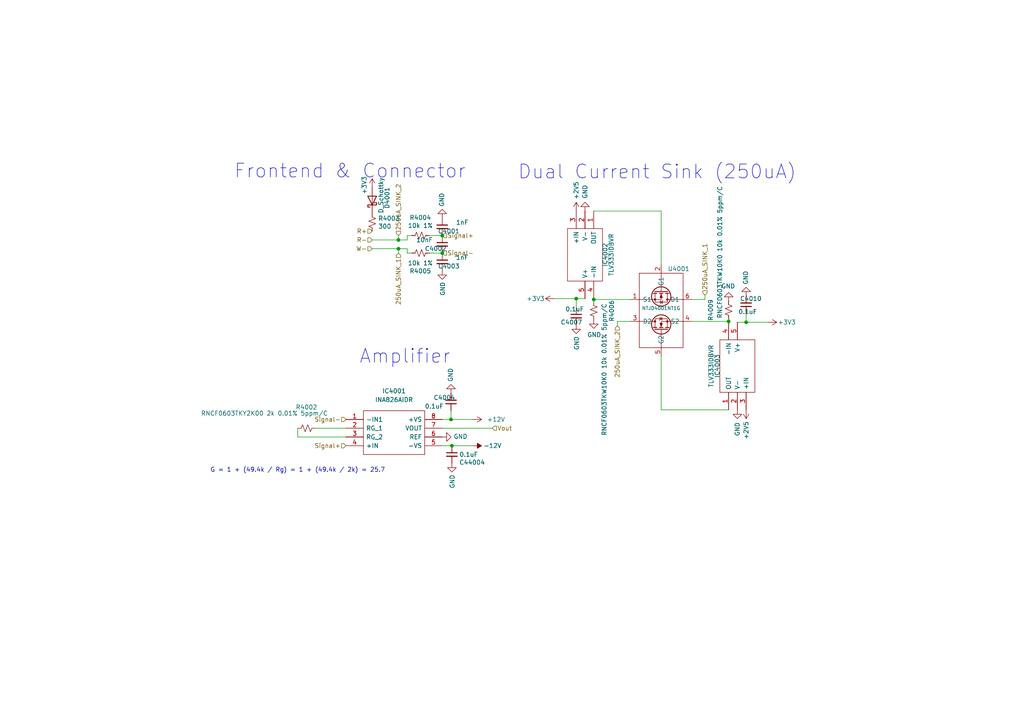
<source format=kicad_sch>
(kicad_sch (version 20231120) (generator "eeschema") (generator_version "8.0")
  (paper "A4")
  (lib_symbols
    (symbol "Device:C_Small" (pin_numbers hide) (pin_names (offset 0.254) hide)
      (property "Reference" "C" (at 0.254 1.778 0))
      (property "Value" "C_Small" (at 0.254 -2.032 0))
      (symbol "C_Small_0_1"
        (polyline (pts (xy -1.524 -0.508) (xy 1.524 -0.508)) (stroke (width 0.3302)))
        (polyline (pts (xy -1.524 0.508) (xy 1.524 0.508)) (stroke (width 0.3048)))
      )
      (symbol "C_Small_1_1"
        (pin passive line (at 0 2.54 270) (length 2.032) (name "~") (number "1"))
        (pin passive line (at 0 -2.54 90) (length 2.032) (name "~") (number "2"))
      )
    )
    (symbol "Device:D_Schottky" (pin_numbers hide) (pin_names (offset 1.016) hide)
      (property "Reference" "D" (at 0 2.54 0))
      (property "Value" "D_Schottky" (at 0 -2.54 0))
      (symbol "D_Schottky_0_1"
        (polyline (pts (xy 1.27 0) (xy -1.27 0)))
        (polyline (pts (xy 1.27 1.27) (xy 1.27 -1.27) (xy -1.27 0) (xy 1.27 1.27)) (stroke (width 0.254)))
        (polyline (pts (xy -1.905 0.635) (xy -1.905 1.27) (xy -1.27 1.27) (xy -1.27 -1.27) (xy -0.635 -1.27) (xy -0.635 -0.635)) (stroke (width 0.254)))
      )
      (symbol "D_Schottky_1_1"
        (pin passive line (at -3.81 0 0) (length 2.54) (name "K") (number "1"))
        (pin passive line (at 3.81 0 180) (length 2.54) (name "A") (number "2"))
      )
    )
    (symbol "Device:R_Small_US" (pin_numbers hide) (pin_names (offset 0.254) hide)
      (property "Reference" "R" (at 0.762 0.508 0))
      (property "Value" "R_Small_US" (at 0.762 -1.016 0))
      (symbol "R_Small_US_1_1"
        (polyline (pts (xy 0 0) (xy 1.016 -0.381) (xy 0 -0.762) (xy -1.016 -1.143) (xy 0 -1.524)))
        (polyline (pts (xy 0 1.524) (xy 1.016 1.143) (xy 0 0.762) (xy -1.016 0.381) (xy 0 0)))
        (pin passive line (at 0 2.54 270) (length 1.016) (name "~") (number "1"))
        (pin passive line (at 0 -2.54 90) (length 1.016) (name "~") (number "2"))
      )
    )
    (symbol "aaa:INA826AIDR" (pin_names (offset 0.762))
      (property "Reference" "IC" (at 24.13 7.62 0))
      (property "Value" "INA826AIDR" (at 24.13 5.08 0))
      (symbol "INA826AIDR_0_0"
        (pin passive line (at 0 0 0) (length 5.08) (name "-IN1") (number "1"))
        (pin passive line (at 0 -2.54 0) (length 5.08) (name "RG_1") (number "2"))
        (pin passive line (at 0 -5.08 0) (length 5.08) (name "RG_2") (number "3"))
        (pin passive line (at 0 -7.62 0) (length 5.08) (name "+IN") (number "4"))
        (pin passive line (at 27.94 -7.62 180) (length 5.08) (name "-VS") (number "5"))
        (pin passive line (at 27.94 -5.08 180) (length 5.08) (name "REF") (number "6"))
        (pin passive line (at 27.94 -2.54 180) (length 5.08) (name "VOUT") (number "7"))
        (pin passive line (at 27.94 0 180) (length 5.08) (name "+VS") (number "8"))
      )
      (symbol "INA826AIDR_0_1"
        (polyline (pts (xy 5.08 2.54) (xy 22.86 2.54) (xy 22.86 -10.16) (xy 5.08 -10.16) (xy 5.08 2.54)) (stroke (width 0.1524)))
      )
    )
    (symbol "aaa:NTJD4001NT1G" (pin_names (offset 1.016))
      (property "Reference" "U" (at -8.89 -2.54 0))
      (property "Value" "NTJD4001NT1G" (at 1.27 -10.16 90))
      (symbol "NTJD4001NT1G_0_1"
        (rectangle (start -10.16 -3.81) (end 11.43 -16.51))
        (polyline (pts (xy -7.62 -10.16) (xy -10.16 -10.16)))
        (polyline (pts (xy -2.54 -12.7) (xy -2.54 -16.51)))
        (polyline (pts (xy -2.54 -7.62) (xy -2.54 -3.81)))
        (polyline (pts (xy 3.81 -12.7) (xy 3.81 -16.51)))
        (polyline (pts (xy 3.81 -7.62) (xy 3.81 -3.81)))
        (polyline (pts (xy 8.89 -10.16) (xy 11.43 -10.16)))
      )
      (symbol "NTJD4001NT1G_1_1"
        (circle (center -3.429 -10.16) (radius 2.794) (stroke (width 0.254)))
        (circle (center -2.54 -11.938) (radius 0.254) (fill (type outline)))
        (circle (center -2.54 -8.382) (radius 0.254) (fill (type outline)))
        (polyline (pts (xy -4.826 -10.16) (xy -7.62 -10.16)))
        (polyline (pts (xy -4.826 -8.255) (xy -4.826 -12.065)) (stroke (width 0.254)))
        (polyline (pts (xy -4.318 -11.43) (xy -4.318 -12.446)) (stroke (width 0.254)))
        (polyline (pts (xy -4.318 -9.652) (xy -4.318 -10.668)) (stroke (width 0.254)))
        (polyline (pts (xy -4.318 -7.874) (xy -4.318 -8.89)) (stroke (width 0.254)))
        (polyline (pts (xy -2.54 -7.62) (xy -2.54 -8.382)))
        (polyline (pts (xy 3.81 -12.7) (xy 3.81 -11.938)))
        (polyline (pts (xy 5.588 -12.446) (xy 5.588 -11.43)) (stroke (width 0.254)))
        (polyline (pts (xy 5.588 -10.668) (xy 5.588 -9.652)) (stroke (width 0.254)))
        (polyline (pts (xy 5.588 -8.89) (xy 5.588 -7.874)) (stroke (width 0.254)))
        (polyline (pts (xy 6.096 -12.065) (xy 6.096 -8.255)) (stroke (width 0.254)))
        (polyline (pts (xy 6.096 -10.16) (xy 8.89 -10.16)))
        (polyline (pts (xy -2.54 -12.7) (xy -2.54 -10.16) (xy -4.318 -10.16)))
        (polyline (pts (xy 3.81 -7.62) (xy 3.81 -10.16) (xy 5.588 -10.16)))
        (polyline (pts (xy -4.318 -11.938) (xy -1.778 -11.938) (xy -1.778 -8.382) (xy -4.318 -8.382)))
        (polyline (pts (xy -4.064 -10.16) (xy -3.048 -9.779) (xy -3.048 -10.541) (xy -4.064 -10.16)) (fill (type outline)))
        (polyline (pts (xy -2.286 -9.652) (xy -2.159 -9.779) (xy -1.397 -9.779) (xy -1.27 -9.906)))
        (polyline (pts (xy -1.778 -9.779) (xy -2.159 -10.414) (xy -1.397 -10.414) (xy -1.778 -9.779)))
        (polyline (pts (xy 3.048 -10.541) (xy 3.429 -9.906) (xy 2.667 -9.906) (xy 3.048 -10.541)))
        (polyline (pts (xy 3.556 -10.668) (xy 3.429 -10.541) (xy 2.667 -10.541) (xy 2.54 -10.414)))
        (polyline (pts (xy 5.334 -10.16) (xy 4.318 -10.541) (xy 4.318 -9.779) (xy 5.334 -10.16)) (fill (type outline)))
        (polyline (pts (xy 5.588 -8.382) (xy 3.048 -8.382) (xy 3.048 -11.938) (xy 5.588 -11.938)))
        (circle (center 3.81 -11.938) (radius 0.254) (fill (type outline)))
        (circle (center 3.81 -8.382) (radius 0.254) (fill (type outline)))
        (circle (center 4.699 -10.16) (radius 2.794) (stroke (width 0.254)))
        (pin passive line (at -2.54 -19.05 90) (length 2.54) (name "S1") (number "1"))
        (pin input line (at -12.7 -10.16 0) (length 2.54) (name "G1") (number "2"))
        (pin passive line (at 3.81 -19.05 90) (length 2.54) (name "D2") (number "3"))
        (pin passive line (at 3.81 -1.27 270) (length 2.54) (name "S2") (number "4"))
        (pin input line (at 13.97 -10.16 180) (length 2.54) (name "G2") (number "5"))
        (pin passive line (at -2.54 -1.27 270) (length 2.54) (name "D1") (number "6"))
      )
    )
    (symbol "aaa:TLV333IDBVR" (pin_names (offset 0.762))
      (property "Reference" "IC" (at 21.59 7.62 0))
      (property "Value" "TLV333IDBVR" (at 21.59 5.08 0))
      (symbol "TLV333IDBVR_0_0"
        (pin passive line (at 0 0 0) (length 5.08) (name "OUT") (number "1"))
        (pin passive line (at 0 -2.54 0) (length 5.08) (name "V-") (number "2"))
        (pin passive line (at 0 -5.08 0) (length 5.08) (name "+IN") (number "3"))
        (pin passive line (at 25.4 0 180) (length 5.08) (name "-IN") (number "4"))
        (pin passive line (at 25.4 -2.54 180) (length 5.08) (name "V+") (number "5"))
      )
      (symbol "TLV333IDBVR_0_1"
        (polyline (pts (xy 5.08 2.54) (xy 20.32 2.54) (xy 20.32 -7.62) (xy 5.08 -7.62) (xy 5.08 2.54)) (stroke (width 0.1524)))
      )
    )
    (symbol "power:+12V" (power) (pin_names (offset 0))
      (property "Value" "+12V" (at 0 3.556 0))
      (symbol "+12V_0_1"
        (polyline (pts (xy -0.762 1.27) (xy 0 2.54)))
        (polyline (pts (xy 0 0) (xy 0 2.54)))
        (polyline (pts (xy 0 2.54) (xy 0.762 1.27)))
      )
      (symbol "+12V_1_1"
        (pin power_in line (at 0 0 90) (length 0) hide (name "+12V") (number "1"))
      )
    )
    (symbol "power:+2V5" (power) (pin_names (offset 0))
      (property "Value" "+2V5" (at 0 3.556 0))
      (symbol "+2V5_0_1"
        (polyline (pts (xy -0.762 1.27) (xy 0 2.54)))
        (polyline (pts (xy 0 0) (xy 0 2.54)))
        (polyline (pts (xy 0 2.54) (xy 0.762 1.27)))
      )
      (symbol "+2V5_1_1"
        (pin power_in line (at 0 0 90) (length 0) hide (name "+2V5") (number "1"))
      )
    )
    (symbol "power:+3V3" (power) (pin_numbers hide) (pin_names (offset 0) hide)
      (property "Value" "+3V3" (at 0 3.556 0))
      (symbol "+3V3_0_1"
        (polyline (pts (xy -0.762 1.27) (xy 0 2.54)))
        (polyline (pts (xy 0 0) (xy 0 2.54)))
        (polyline (pts (xy 0 2.54) (xy 0.762 1.27)))
      )
      (symbol "+3V3_1_1"
        (pin power_in line (at 0 0 90) (length 0) (name "~") (number "1"))
      )
    )
    (symbol "power:-12V" (power) (pin_numbers hide) (pin_names (offset 0) hide)
      (property "Value" "-12V" (at 0 3.556 0))
      (symbol "-12V_0_0"
        (pin power_in line (at 0 0 90) (length 0) (name "~") (number "1"))
      )
      (symbol "-12V_0_1"
        (polyline (pts (xy 0 0) (xy 0 1.27) (xy 0.762 1.27) (xy 0 2.54) (xy -0.762 1.27) (xy 0 1.27)) (fill (type outline)))
      )
    )
    (symbol "power:GND" (power) (pin_names (offset 0))
      (property "Value" "GND" (at 0 -3.81 0))
      (symbol "GND_0_1"
        (polyline (pts (xy 0 0) (xy 0 -1.27) (xy 1.27 -1.27) (xy 0 -2.54) (xy -1.27 -1.27) (xy 0 -1.27)))
      )
      (symbol "GND_1_1"
        (pin power_in line (at 0 0 270) (length 0) hide (name "GND") (number "1"))
      )
    )
  )
  (junction (at 128.27 68.326))
  (junction (at 211.328 93.218))
  (junction (at 128.27 73.406))
  (junction (at 172.212 86.868))
  (junction (at 131.064 129.286))
  (junction (at 216.408 93.472))
  (junction (at 115.57 72.136))
  (junction (at 167.132 86.614))
  (junction (at 130.81 121.666))
  (junction (at 115.57 69.596))
  (wire (pts (xy 86.36 126.746) (xy 100.33 126.746)))
  (wire (pts (xy 204.47 86.868) (xy 204.47 85.598)))
  (wire (pts (xy 86.36 124.206) (xy 86.36 126.746)))
  (wire (pts (xy 211.328 93.218) (xy 211.328 92.456)))
  (wire (pts (xy 200.66 86.868) (xy 204.47 86.868)))
  (wire (pts (xy 167.132 86.614) (xy 169.672 86.614)))
  (wire (pts (xy 191.77 118.872) (xy 211.328 118.872)))
  (wire (pts (xy 115.57 72.136) (xy 115.57 73.406)))
  (wire (pts (xy 216.408 93.472) (xy 213.868 93.472)))
  (wire (pts (xy 216.408 93.472) (xy 222.758 93.472)))
  (wire (pts (xy 128.27 129.286) (xy 131.064 129.286)))
  (wire (pts (xy 130.81 121.666) (xy 137.16 121.666)))
  (wire (pts (xy 172.212 61.214) (xy 191.77 61.214)))
  (wire (pts (xy 118.11 73.406) (xy 118.11 72.136)))
  (wire (pts (xy 172.212 86.614) (xy 172.212 86.868)))
  (wire (pts (xy 118.11 69.596) (xy 115.57 69.596)))
  (wire (pts (xy 107.95 69.596) (xy 115.57 69.596)))
  (wire (pts (xy 128.27 124.206) (xy 142.748 124.206)))
  (wire (pts (xy 191.77 103.378) (xy 191.77 118.872)))
  (wire (pts (xy 128.27 121.666) (xy 130.81 121.666)))
  (wire (pts (xy 91.44 124.206) (xy 100.33 124.206)))
  (wire (pts (xy 216.408 93.472) (xy 216.408 90.932)))
  (wire (pts (xy 130.81 121.666) (xy 130.81 119.126)))
  (wire (pts (xy 191.77 61.214) (xy 191.77 76.708)))
  (wire (pts (xy 167.132 86.614) (xy 167.132 89.154)))
  (wire (pts (xy 124.46 73.406) (xy 128.27 73.406)))
  (wire (pts (xy 172.212 86.868) (xy 182.88 86.868)))
  (wire (pts (xy 119.38 68.326) (xy 118.11 68.326)))
  (wire (pts (xy 182.88 93.218) (xy 179.07 93.218)))
  (wire (pts (xy 211.328 93.472) (xy 211.328 93.218)))
  (wire (pts (xy 118.11 72.136) (xy 115.57 72.136)))
  (wire (pts (xy 115.57 69.596) (xy 115.57 68.326)))
  (wire (pts (xy 179.07 93.218) (xy 179.07 94.488)))
  (wire (pts (xy 172.212 86.868) (xy 172.212 87.63)))
  (wire (pts (xy 118.11 68.326) (xy 118.11 69.596)))
  (wire (pts (xy 107.95 72.136) (xy 115.57 72.136)))
  (wire (pts (xy 124.46 68.326) (xy 128.27 68.326)))
  (wire (pts (xy 160.782 86.614) (xy 167.132 86.614)))
  (wire (pts (xy 131.064 129.286) (xy 137.16 129.286)))
  (wire (pts (xy 200.66 93.218) (xy 211.328 93.218)))
  (wire (pts (xy 119.38 73.406) (xy 118.11 73.406)))
  (text "Dual Current Sink (250uA)" (at 150.114 52.324 0) (effects (font (size 4 4)) (justify left bottom)))
  (text "G = 1 + (49.4k / Rg) = 1 + (49.4k / 2k) = 25.7" (at 60.96 137.16 0) (effects (font (size 1.27 1.27)) (justify left bottom)))
  (text "Frontend & Connector" (at 67.818 52.07 0) (effects (font (size 4 4)) (justify left bottom)))
  (text "Amplifier" (at 104.14 105.791 0) (effects (font (size 4 4)) (justify left bottom)))
  (hierarchical_label "Signal-" (shape input) (at 128.27 73.406 0))
  (hierarchical_label "250uA_SINK_2" (shape input) (at 179.07 94.488 270))
  (hierarchical_label "Signal-" (shape input) (at 100.33 121.666 180))
  (hierarchical_label "250uA_SINK_2" (shape input) (at 115.57 68.326 90))
  (hierarchical_label "Signal+" (shape input) (at 128.27 68.326 0))
  (hierarchical_label "R-" (shape input) (at 107.95 69.596 180))
  (hierarchical_label "Signal+" (shape input) (at 100.33 129.286 180))
  (hierarchical_label "R+" (shape input) (at 107.95 67.056 180))
  (hierarchical_label "250uA_SINK_1" (shape input) (at 115.57 73.406 270))
  (hierarchical_label "250uA_SINK_1" (shape input) (at 204.47 85.598 90))
  (hierarchical_label "Vout" (shape input) (at 142.748 124.206 0))
  (hierarchical_label "W-" (shape input) (at 107.95 72.136 180))
  (symbol (lib_id "power:GND") (at 216.408 85.852 180) (unit 1)
    (property "Reference" "#PWR04014" (effects (hide yes)))
    (property "Value" "GND" (at 216.281 82.6008 90) (effects (justify right)))
    (instances (project "simplicity_analog_1" (path "" (reference "#PWR04014") (unit 1)) (path "" (reference "#PWR013014") (unit 1)) (path "" (reference "#PWR017014") (unit 1)) (path "" (reference "#PWR05014") (unit 1))) (project "analog_frontend_panel" (path "" (reference "#PWR0115") (unit 1)) (path "" (reference "#PWR0131") (unit 1)) (path "" (reference "#PWR0147") (unit 1)) (path "" (reference "#PWR099") (unit 1))))
  )
  (symbol (lib_id "power:GND") (at 211.328 87.376 180) (unit 1)
    (property "Reference" "#PWR04012" (effects (hide yes)))
    (property "Value" "GND" (at 211.201 82.9818 0))
    (instances (project "simplicity_analog_1" (path "" (reference "#PWR04012") (unit 1)) (path "" (reference "#PWR013012") (unit 1)) (path "" (reference "#PWR017012") (unit 1)) (path "" (reference "#PWR05012") (unit 1))) (project "analog_frontend_panel" (path "" (reference "#PWR0113") (unit 1)) (path "" (reference "#PWR0129") (unit 1)) (path "" (reference "#PWR0145") (unit 1)) (path "" (reference "#PWR097") (unit 1))))
  )
  (symbol (lib_id "power:GND") (at 213.868 118.872 0) (unit 1)
    (property "Reference" "#PWR04013" (effects (hide yes)))
    (property "Value" "GND" (at 213.868 122.428 90) (effects (justify right)))
    (instances (project "simplicity_analog_1" (path "" (reference "#PWR04013") (unit 1)) (path "" (reference "#PWR013013") (unit 1)) (path "" (reference "#PWR017013") (unit 1)) (path "" (reference "#PWR05013") (unit 1))) (project "analog_frontend_panel" (path "" (reference "#PWR0114") (unit 1)) (path "" (reference "#PWR0130") (unit 1)) (path "" (reference "#PWR0146") (unit 1)) (path "" (reference "#PWR098") (unit 1))))
  )
  (symbol (lib_id "Device:R_Small_US") (at 211.328 89.916 180) (unit 1)
    (property "Reference" "R4009" (at 206.121 89.916 90))
    (property "Value" "RNCF0603TKW10K0 10k 0.01% 5ppm/C" (at 208.788 73.152 90))
    (property "Footprint" "Resistor_SMD:R_0603_1608Metric" (effects (hide yes)))
    (property "LCSC" "C2482678" (effects (hide yes)))
    (instances (project "simplicity_analog_1" (path "" (reference "R4009") (unit 1)) (path "" (reference "R13009") (unit 1)) (path "" (reference "R17009") (unit 1)) (path "" (reference "R5009") (unit 1))) (project "analog_frontend_panel" (path "" (reference "R56") (unit 1)) (path "" (reference "R65") (unit 1)) (path "" (reference "R74") (unit 1)) (path "" (reference "R47") (unit 1))))
  )
  (symbol (lib_id "power:GND") (at 130.81 114.046 180) (unit 1)
    (property "Reference" "#PWR04005" (effects (hide yes)))
    (property "Value" "GND" (at 130.683 110.7948 90) (effects (justify right)))
    (instances (project "simplicity_analog_1" (path "" (reference "#PWR04005") (unit 1)) (path "" (reference "#PWR013005") (unit 1)) (path "" (reference "#PWR017005") (unit 1)) (path "" (reference "#PWR05005") (unit 1))) (project "analog_frontend_panel" (path "" (reference "#PWR0106") (unit 1)) (path "" (reference "#PWR0122") (unit 1)) (path "" (reference "#PWR0138") (unit 1)) (path "" (reference "#PWR090") (unit 1))))
  )
  (symbol (lib_id "aaa:TLV333IDBVR") (at 172.212 61.214 270) (unit 1)
    (property "Reference" "IC4002" (at 175.514 73.914 0))
    (property "Value" "TLV333IDBVR" (at 177.292 73.914 0))
    (property "Footprint" "Package_TO_SOT_SMD:SOT-23-5" (effects (hide yes)))
    (property "Datasheet" "http://www.ti.com/lit/gpn/tlv333" (effects (hide yes)))
    (property "Description" "350 kHz, Low-Noise, RRIO, CMOS Operational Amplifier for Cost-Sensitive Systems" (effects (hide yes)))
    (property "Height" "1.45" (effects (hide yes)))
    (property "Manufacturer_Name" "Texas Instruments" (effects (hide yes)))
    (property "Manufacturer_Part_Number" "TLV333IDBVR" (effects (hide yes)))
    (property "Mouser Part Number" "595-TLV333IDBVR" (effects (hide yes)))
    (property "Mouser Price/Stock" "https://www.mouser.co.uk/ProductDetail/Texas-Instruments/TLV333IDBVR?qs=n%252BTO0c4TDSbTbn2suQLlAQ%3D%3D" (effects (hide yes)))
    (property "Arrow Part Number" "TLV333IDBVR" (effects (hide yes)))
    (property "Arrow Price/Stock" "https://www.arrow.com/en/products/tlv333idbvr/texas-instruments" (effects (hide yes)))
    (instances (project "simplicity_analog_1" (path "" (reference "IC4002") (unit 1)) (path "" (reference "IC13002") (unit 1)) (path "" (reference "IC17002") (unit 1)) (path "" (reference "IC5002") (unit 1))) (project "analog_frontend_panel" (path "" (reference "IC16") (unit 1)) (path "" (reference "IC19") (unit 1)) (path "" (reference "IC22") (unit 1)) (path "" (reference "IC13") (unit 1))))
  )
  (symbol (lib_id "Device:R_Small_US") (at 121.92 68.326 270) (unit 1)
    (property "Reference" "R4004" (at 121.92 63.119 90))
    (property "Value" "10k 1%" (at 121.92 65.4304 90))
    (property "Footprint" "Capacitor_SMD:C_0402_1005Metric" (effects (hide yes)))
    (instances (project "simplicity_analog_1" (path "" (reference "R4004") (unit 1)) (path "" (reference "R13004") (unit 1)) (path "" (reference "R17004") (unit 1)) (path "" (reference "R5004") (unit 1))) (project "analog_frontend_panel" (path "" (reference "R51") (unit 1)) (path "" (reference "R60") (unit 1)) (path "" (reference "R69") (unit 1)) (path "" (reference "R42") (unit 1))))
  )
  (symbol (lib_id "Device:C_Small") (at 128.27 65.786 0) (unit 1)
    (property "Reference" "C4001" (at 133.35 67.056 0) (effects (justify right)))
    (property "Value" "1nF" (at 135.89 64.516 0) (effects (justify right)))
    (property "Footprint" "Capacitor_SMD:C_0402_1005Metric" (effects (hide yes)))
    (instances (project "simplicity_analog_1" (path "" (reference "C4001") (unit 1)) (path "" (reference "C13001") (unit 1)) (path "" (reference "C17001") (unit 1)) (path "" (reference "C5001") (unit 1))) (project "analog_frontend_panel" (path "" (reference "C60") (unit 1)) (path "" (reference "C71") (unit 1)) (path "" (reference "C82") (unit 1)) (path "" (reference "C49") (unit 1))))
  )
  (symbol (lib_id "Device:C_Small") (at 128.27 70.866 0) (mirror y) (unit 1)
    (property "Reference" "C4002" (at 123.19 72.136 0) (effects (justify right)))
    (property "Value" "10nF" (at 120.65 69.596 0) (effects (justify right)))
    (property "Footprint" "Capacitor_SMD:C_0402_1005Metric" (effects (hide yes)))
    (instances (project "simplicity_analog_1" (path "" (reference "C4002") (unit 1)) (path "" (reference "C13002") (unit 1)) (path "" (reference "C17002") (unit 1)) (path "" (reference "C5002") (unit 1))) (project "analog_frontend_panel" (path "" (reference "C61") (unit 1)) (path "" (reference "C72") (unit 1)) (path "" (reference "C83") (unit 1)) (path "" (reference "C50") (unit 1))))
  )
  (symbol (lib_id "power:+3V3") (at 107.95 54.356 0) (unit 1)
    (property "Reference" "#PWR127" (effects (hide yes)))
    (property "Value" "+3V3" (at 105.664 56.388 90) (effects (justify left)))
    (property "Description" "Power symbol creates a global label with name \"+3V3\"" (effects (hide yes)))
    (instances (project "analog_i" (path "" (reference "#PWR127") (unit 1)) (path "" (reference "#PWR175") (unit 1)) (path "" (reference "#PWR183") (unit 1)) (path "" (reference "#PWR136") (unit 1))) (project "analog_frontend_panel" (path "" (reference "#PWR45001") (unit 1)) (path "" (reference "#PWR46001") (unit 1)) (path "" (reference "#PWR47001") (unit 1)) (path "" (reference "#PWR44001") (unit 1))))
  )
  (symbol (lib_id "power:+12V") (at 137.16 121.666 270) (unit 1)
    (property "Reference" "#PWR04006" (effects (hide yes)))
    (property "Value" "+12V" (at 141.224 121.6659 90) (effects (justify left)))
    (instances (project "simplicity_analog_1" (path "" (reference "#PWR04006") (unit 1)) (path "" (reference "#PWR013006") (unit 1)) (path "" (reference "#PWR017006") (unit 1)) (path "" (reference "#PWR05006") (unit 1))) (project "analog_frontend_panel" (path "" (reference "#PWR0107") (unit 1)) (path "" (reference "#PWR0123") (unit 1)) (path "" (reference "#PWR0139") (unit 1)) (path "" (reference "#PWR091") (unit 1))))
  )
  (symbol (lib_id "Device:C_Small") (at 131.064 131.826 0) (unit 1)
    (property "Reference" "C44004" (at 140.716 134.112 0) (effects (justify right)))
    (property "Value" "0.1uF" (at 138.684 131.826 0) (effects (justify right)))
    (property "Footprint" "Capacitor_SMD:C_0402_1005Metric" (effects (hide yes)))
    (instances (project "analog_frontend_panel" (path "" (reference "C44004") (unit 1)) (path "" (reference "C46001") (unit 1)) (path "" (reference "C47001") (unit 1)) (path "" (reference "C45002") (unit 1))))
  )
  (symbol (lib_id "power:GND") (at 128.27 126.746 90) (unit 1)
    (property "Reference" "#PWR04004" (effects (hide yes)))
    (property "Value" "GND" (at 131.5212 126.619 90) (effects (justify right)))
    (instances (project "simplicity_analog_1" (path "" (reference "#PWR04004") (unit 1)) (path "" (reference "#PWR013004") (unit 1)) (path "" (reference "#PWR017004") (unit 1)) (path "" (reference "#PWR05004") (unit 1))) (project "analog_frontend_panel" (path "" (reference "#PWR0105") (unit 1)) (path "" (reference "#PWR0121") (unit 1)) (path "" (reference "#PWR0137") (unit 1)) (path "" (reference "#PWR089") (unit 1))))
  )
  (symbol (lib_id "Device:C_Small") (at 167.132 91.694 0) (unit 1)
    (property "Reference" "C4007" (at 168.91 93.472 0) (effects (justify right)))
    (property "Value" "0.1uF" (at 169.418 89.662 0) (effects (justify right)))
    (property "Footprint" "Capacitor_SMD:C_0402_1005Metric" (effects (hide yes)))
    (instances (project "simplicity_analog_1" (path "" (reference "C4007") (unit 1)) (path "" (reference "C13007") (unit 1)) (path "" (reference "C17007") (unit 1)) (path "" (reference "C5007") (unit 1))) (project "analog_frontend_panel" (path "" (reference "C66") (unit 1)) (path "" (reference "C77") (unit 1)) (path "" (reference "C88") (unit 1)) (path "" (reference "C55") (unit 1))))
  )
  (symbol (lib_id "Device:R_Small_US") (at 107.95 64.516 0) (unit 1)
    (property "Reference" "R4003" (at 109.6772 63.3476 0) (effects (justify left)))
    (property "Value" "300" (at 109.6772 65.659 0) (effects (justify left)))
    (property "Footprint" "Resistor_SMD:R_0805_2012Metric" (effects (hide yes)))
    (instances (project "simplicity_analog_1" (path "" (reference "R4003") (unit 1)) (path "" (reference "R13003") (unit 1)) (path "" (reference "R17003") (unit 1)) (path "" (reference "R5003") (unit 1))) (project "analog_frontend_panel" (path "" (reference "R50") (unit 1)) (path "" (reference "R59") (unit 1)) (path "" (reference "R68") (unit 1)) (path "" (reference "R41") (unit 1))))
  )
  (symbol (lib_id "Device:D_Schottky") (at 107.95 58.166 90) (unit 1)
    (property "Reference" "D4001" (at 112.268 57.404 0))
    (property "Value" "D_Schottky" (at 110.49 56.642 0))
    (property "Footprint" "Diode_SMD:D_SMA" (effects (hide yes)))
    (property "LCSC" "C22452" (effects (hide yes)))
    (instances (project "simplicity_analog_1" (path "" (reference "D4001") (unit 1)) (path "" (reference "D13001") (unit 1)) (path "" (reference "D17001") (unit 1)) (path "" (reference "D5001") (unit 1))) (project "analog_frontend_panel" (path "" (reference "D8") (unit 1)) (path "" (reference "D9") (unit 1)) (path "" (reference "D10") (unit 1)) (path "" (reference "D7") (unit 1))))
  )
  (symbol (lib_id "power:+3V3") (at 222.758 93.472 270) (unit 1)
    (property "Reference" "#PWR126" (effects (hide yes)))
    (property "Value" "+3V3" (at 225.552 93.472 90) (effects (justify left)))
    (property "Description" "Power symbol creates a global label with name \"+3V3\"" (effects (hide yes)))
    (instances (project "analog_i" (path "" (reference "#PWR126") (unit 1)) (path "" (reference "#PWR174") (unit 1)) (path "" (reference "#PWR182") (unit 1)) (path "" (reference "#PWR135") (unit 1))) (project "analog_frontend_panel" (path "" (reference "#PWR45003") (unit 1)) (path "" (reference "#PWR46003") (unit 1)) (path "" (reference "#PWR47003") (unit 1)) (path "" (reference "#PWR44003") (unit 1))))
  )
  (symbol (lib_id "Device:C_Small") (at 216.408 88.392 180) (unit 1)
    (property "Reference" "C4010" (at 214.63 86.614 0) (effects (justify right)))
    (property "Value" "0.1uF" (at 214.122 90.424 0) (effects (justify right)))
    (property "Footprint" "Capacitor_SMD:C_0402_1005Metric" (effects (hide yes)))
    (instances (project "simplicity_analog_1" (path "" (reference "C4010") (unit 1)) (path "" (reference "C13010") (unit 1)) (path "" (reference "C17010") (unit 1)) (path "" (reference "C5010") (unit 1))) (project "analog_frontend_panel" (path "" (reference "C69") (unit 1)) (path "" (reference "C80") (unit 1)) (path "" (reference "C91") (unit 1)) (path "" (reference "C58") (unit 1))))
  )
  (symbol (lib_id "power:GND") (at 128.27 78.486 0) (unit 1)
    (property "Reference" "#PWR04003" (effects (hide yes)))
    (property "Value" "GND" (at 128.397 81.7372 90) (effects (justify right)))
    (instances (project "simplicity_analog_1" (path "" (reference "#PWR04003") (unit 1)) (path "" (reference "#PWR013003") (unit 1)) (path "" (reference "#PWR017003") (unit 1)) (path "" (reference "#PWR05003") (unit 1))) (project "analog_frontend_panel" (path "" (reference "#PWR0104") (unit 1)) (path "" (reference "#PWR0120") (unit 1)) (path "" (reference "#PWR0136") (unit 1)) (path "" (reference "#PWR088") (unit 1))))
  )
  (symbol (lib_id "power:-12V") (at 137.16 129.286 270) (unit 1)
    (property "Reference" "#PWR45004" (effects (hide yes)))
    (property "Value" "-12V" (at 140.208 129.286 90) (effects (justify left)))
    (property "Description" "Power symbol creates a global label with name \"-12V\"" (effects (hide yes)))
    (instances (project "" (path "" (reference "#PWR44008") (unit 1)) (path "" (reference "#PWR46004") (unit 1)) (path "" (reference "#PWR47004") (unit 1)) (path "" (reference "#PWR45004") (unit 1))))
  )
  (symbol (lib_id "aaa:NTJD4001NT1G") (at 201.93 89.408 270) (unit 1)
    (property "Reference" "U4001" (at 196.85 77.978 90))
    (property "Value" "NTJD4001NT1G" (at 191.77 89.408 90) (effects (font (size 0.9906 0.9906))))
    (property "Footprint" "Package_TO_SOT_SMD:SOT-363_SC-70-6" (effects (hide yes)))
    (property "LCSC" "C190019" (effects (hide yes)))
    (instances (project "simplicity_analog_1" (path "" (reference "U4001") (unit 1)) (path "" (reference "U13001") (unit 1)) (path "" (reference "U17001") (unit 1)) (path "" (reference "U5001") (unit 1))) (project "analog_frontend_panel" (path "" (reference "U2") (unit 1)) (path "" (reference "U3") (unit 1)) (path "" (reference "U4") (unit 1)) (path "" (reference "U1") (unit 1))))
  )
  (symbol (lib_id "Device:R_Small_US") (at 88.9 124.206 270) (unit 1)
    (property "Reference" "R4002" (at 88.9 118.11 90))
    (property "Value" "RNCF0603TKY2K00 2k 0.01% 5ppm/C" (at 76.708 119.888 90))
    (property "Footprint" "Resistor_SMD:R_0603_1608Metric" (effects (hide yes)))
    (property "LCSC" "C346578" (effects (hide yes)))
    (instances (project "simplicity_analog_1" (path "" (reference "R4002") (unit 1)) (path "" (reference "R13002") (unit 1)) (path "" (reference "R17002") (unit 1)) (path "" (reference "R5002") (unit 1))) (project "analog_frontend_panel" (path "" (reference "R49") (unit 1)) (path "" (reference "R58") (unit 1)) (path "" (reference "R67") (unit 1)) (path "" (reference "R40") (unit 1))))
  )
  (symbol (lib_id "power:GND") (at 172.212 92.71 0) (unit 1)
    (property "Reference" "#PWR04011" (effects (hide yes)))
    (property "Value" "GND" (at 172.339 97.1042 0))
    (instances (project "simplicity_analog_1" (path "" (reference "#PWR04011") (unit 1)) (path "" (reference "#PWR013011") (unit 1)) (path "" (reference "#PWR017011") (unit 1)) (path "" (reference "#PWR05011") (unit 1))) (project "analog_frontend_panel" (path "" (reference "#PWR0112") (unit 1)) (path "" (reference "#PWR0128") (unit 1)) (path "" (reference "#PWR0144") (unit 1)) (path "" (reference "#PWR096") (unit 1))))
  )
  (symbol (lib_id "Device:R_Small_US") (at 172.212 90.17 0) (unit 1)
    (property "Reference" "R4006" (at 177.419 90.17 90))
    (property "Value" "RNCF0603TKW10K0 10k 0.01% 5ppm/C" (at 175.26 107.188 90))
    (property "Footprint" "Resistor_SMD:R_0603_1608Metric" (effects (hide yes)))
    (property "LCSC" "C2482678" (effects (hide yes)))
    (instances (project "simplicity_analog_1" (path "" (reference "R4006") (unit 1)) (path "" (reference "R13006") (unit 1)) (path "" (reference "R17006") (unit 1)) (path "" (reference "R5006") (unit 1))) (project "analog_frontend_panel" (path "" (reference "R53") (unit 1)) (path "" (reference "R62") (unit 1)) (path "" (reference "R71") (unit 1)) (path "" (reference "R44") (unit 1))))
  )
  (symbol (lib_id "Device:R_Small_US") (at 121.92 73.406 270) (unit 1)
    (property "Reference" "R4005" (at 121.92 78.613 90))
    (property "Value" "10k 1%" (at 121.92 76.3016 90))
    (property "Footprint" "Capacitor_SMD:C_0402_1005Metric" (effects (hide yes)))
    (instances (project "simplicity_analog_1" (path "" (reference "R4005") (unit 1)) (path "" (reference "R13005") (unit 1)) (path "" (reference "R17005") (unit 1)) (path "" (reference "R5005") (unit 1))) (project "analog_frontend_panel" (path "" (reference "R52") (unit 1)) (path "" (reference "R61") (unit 1)) (path "" (reference "R70") (unit 1)) (path "" (reference "R43") (unit 1))))
  )
  (symbol (lib_id "power:+2V5") (at 167.132 61.214 0) (unit 1)
    (property "Reference" "#PWR04008" (effects (hide yes)))
    (property "Value" "+2V5" (at 167.132 57.912 90) (effects (justify left)))
    (instances (project "simplicity_analog_1" (path "" (reference "#PWR04008") (unit 1)) (path "" (reference "#PWR013008") (unit 1)) (path "" (reference "#PWR017008") (unit 1)) (path "" (reference "#PWR05008") (unit 1))) (project "analog_frontend_panel" (path "" (reference "#PWR0109") (unit 1)) (path "" (reference "#PWR0125") (unit 1)) (path "" (reference "#PWR0141") (unit 1)) (path "" (reference "#PWR093") (unit 1))))
  )
  (symbol (lib_id "power:GND") (at 131.064 134.366 0) (unit 1)
    (property "Reference" "#PWR44009" (effects (hide yes)))
    (property "Value" "GND" (at 131.191 137.6172 90) (effects (justify right)))
    (instances (project "analog_frontend_panel" (path "" (reference "#PWR44009") (unit 1)) (path "" (reference "#PWR46005") (unit 1)) (path "" (reference "#PWR47005") (unit 1)) (path "" (reference "#PWR45010") (unit 1))))
  )
  (symbol (lib_id "Device:C_Small") (at 130.81 116.586 180) (unit 1)
    (property "Reference" "C4004" (at 125.73 115.316 0) (effects (justify right)))
    (property "Value" "0.1uF" (at 123.19 117.856 0) (effects (justify right)))
    (property "Footprint" "Capacitor_SMD:C_0402_1005Metric" (effects (hide yes)))
    (instances (project "simplicity_analog_1" (path "" (reference "C4004") (unit 1)) (path "" (reference "C13004") (unit 1)) (path "" (reference "C17004") (unit 1)) (path "" (reference "C5004") (unit 1))) (project "analog_frontend_panel" (path "" (reference "C63") (unit 1)) (path "" (reference "C74") (unit 1)) (path "" (reference "C85") (unit 1)) (path "" (reference "C52") (unit 1))))
  )
  (symbol (lib_id "power:+3V3") (at 160.782 86.614 90) (unit 1)
    (property "Reference" "#PWR125" (effects (hide yes)))
    (property "Value" "+3V3" (at 157.988 86.614 90) (effects (justify left)))
    (property "Description" "Power symbol creates a global label with name \"+3V3\"" (effects (hide yes)))
    (instances (project "analog_i" (path "" (reference "#PWR125") (unit 1)) (path "" (reference "#PWR173") (unit 1)) (path "" (reference "#PWR181") (unit 1)) (path "" (reference "#PWR134") (unit 1))) (project "analog_frontend_panel" (path "" (reference "#PWR45002") (unit 1)) (path "" (reference "#PWR46002") (unit 1)) (path "" (reference "#PWR47002") (unit 1)) (path "" (reference "#PWR44002") (unit 1))))
  )
  (symbol (lib_id "power:GND") (at 169.672 61.214 180) (unit 1)
    (property "Reference" "#PWR04010" (effects (hide yes)))
    (property "Value" "GND" (at 169.672 57.658 90) (effects (justify right)))
    (instances (project "simplicity_analog_1" (path "" (reference "#PWR04010") (unit 1)) (path "" (reference "#PWR013010") (unit 1)) (path "" (reference "#PWR017010") (unit 1)) (path "" (reference "#PWR05010") (unit 1))) (project "analog_frontend_panel" (path "" (reference "#PWR0111") (unit 1)) (path "" (reference "#PWR0127") (unit 1)) (path "" (reference "#PWR0143") (unit 1)) (path "" (reference "#PWR095") (unit 1))))
  )
  (symbol (lib_id "aaa:INA826AIDR") (at 100.33 121.666 0) (unit 1)
    (property "Reference" "IC4001" (at 114.3 113.411 0))
    (property "Value" "INA826AIDR" (at 114.3 115.951 0))
    (property "Footprint" "aaa:SOIC127P600X175-8N" (effects (hide yes)))
    (property "Datasheet" "http://www.ti.com/lit/gpn/ina826" (effects (hide yes)))
    (property "Description" "Precision, 200-uA Supply Current, 36-V Supply Instrumentation Amplifier" (effects (hide yes)))
    (property "Height" "1.75" (effects (hide yes)))
    (property "Manufacturer_Name" "Texas Instruments" (effects (hide yes)))
    (property "Manufacturer_Part_Number" "INA826AIDR" (effects (hide yes)))
    (property "Mouser Part Number" "595-INA826AIDR" (effects (hide yes)))
    (property "Mouser Price/Stock" "https://www.mouser.co.uk/ProductDetail/Texas-Instruments/INA826AIDR?qs=RqytGdBYyUFuQNJtlkA6aQ%3D%3D" (effects (hide yes)))
    (property "Arrow Part Number" "INA826AIDR" (effects (hide yes)))
    (property "Arrow Price/Stock" "https://www.arrow.com/en/products/ina826aidr/texas-instruments?region=nac" (effects (hide yes)))
    (property "LCSC" "C38433" (effects (hide yes)))
    (instances (project "simplicity_analog_1" (path "" (reference "IC4001") (unit 1)) (path "" (reference "IC13001") (unit 1)) (path "" (reference "IC17001") (unit 1)) (path "" (reference "IC5001") (unit 1))) (project "analog_frontend_panel" (path "" (reference "IC15") (unit 1)) (path "" (reference "IC18") (unit 1)) (path "" (reference "IC21") (unit 1)) (path "" (reference "IC12") (unit 1))))
  )
  (symbol (lib_id "power:GND") (at 167.132 94.234 0) (unit 1)
    (property "Reference" "#PWR04009" (effects (hide yes)))
    (property "Value" "GND" (at 167.259 97.4852 90) (effects (justify right)))
    (instances (project "simplicity_analog_1" (path "" (reference "#PWR04009") (unit 1)) (path "" (reference "#PWR013009") (unit 1)) (path "" (reference "#PWR017009") (unit 1)) (path "" (reference "#PWR05009") (unit 1))) (project "analog_frontend_panel" (path "" (reference "#PWR0110") (unit 1)) (path "" (reference "#PWR0126") (unit 1)) (path "" (reference "#PWR0142") (unit 1)) (path "" (reference "#PWR094") (unit 1))))
  )
  (symbol (lib_id "power:+2V5") (at 216.408 118.872 180) (unit 1)
    (property "Reference" "#PWR04015" (effects (hide yes)))
    (property "Value" "+2V5" (at 216.408 122.174 90) (effects (justify left)))
    (instances (project "simplicity_analog_1" (path "" (reference "#PWR04015") (unit 1)) (path "" (reference "#PWR013015") (unit 1)) (path "" (reference "#PWR017015") (unit 1)) (path "" (reference "#PWR05015") (unit 1))) (project "analog_frontend_panel" (path "" (reference "#PWR0116") (unit 1)) (path "" (reference "#PWR0132") (unit 1)) (path "" (reference "#PWR0148") (unit 1)) (path "" (reference "#PWR0100") (unit 1))))
  )
  (symbol (lib_id "aaa:TLV333IDBVR") (at 211.328 118.872 90) (unit 1)
    (property "Reference" "IC4003" (at 208.026 106.172 0))
    (property "Value" "TLV333IDBVR" (at 206.248 106.172 0))
    (property "Footprint" "Package_TO_SOT_SMD:SOT-23-5" (effects (hide yes)))
    (property "Datasheet" "http://www.ti.com/lit/gpn/tlv333" (effects (hide yes)))
    (property "Description" "350 kHz, Low-Noise, RRIO, CMOS Operational Amplifier for Cost-Sensitive Systems" (effects (hide yes)))
    (property "Height" "1.45" (effects (hide yes)))
    (property "Manufacturer_Name" "Texas Instruments" (effects (hide yes)))
    (property "Manufacturer_Part_Number" "TLV333IDBVR" (effects (hide yes)))
    (property "Mouser Part Number" "595-TLV333IDBVR" (effects (hide yes)))
    (property "Mouser Price/Stock" "https://www.mouser.co.uk/ProductDetail/Texas-Instruments/TLV333IDBVR?qs=n%252BTO0c4TDSbTbn2suQLlAQ%3D%3D" (effects (hide yes)))
    (property "Arrow Part Number" "TLV333IDBVR" (effects (hide yes)))
    (property "Arrow Price/Stock" "https://www.arrow.com/en/products/tlv333idbvr/texas-instruments" (effects (hide yes)))
    (instances (project "simplicity_analog_1" (path "" (reference "IC4003") (unit 1)) (path "" (reference "IC13003") (unit 1)) (path "" (reference "IC17003") (unit 1)) (path "" (reference "IC5003") (unit 1))) (project "analog_frontend_panel" (path "" (reference "IC17") (unit 1)) (path "" (reference "IC20") (unit 1)) (path "" (reference "IC23") (unit 1)) (path "" (reference "IC14") (unit 1))))
  )
  (symbol (lib_id "Device:C_Small") (at 128.27 75.946 0) (unit 1)
    (property "Reference" "C4003" (at 133.35 77.216 0) (effects (justify right)))
    (property "Value" "1nF" (at 135.89 74.676 0) (effects (justify right)))
    (property "Footprint" "Capacitor_SMD:C_0402_1005Metric" (effects (hide yes)))
    (instances (project "simplicity_analog_1" (path "" (reference "C4003") (unit 1)) (path "" (reference "C13003") (unit 1)) (path "" (reference "C17003") (unit 1)) (path "" (reference "C5003") (unit 1))) (project "analog_frontend_panel" (path "" (reference "C62") (unit 1)) (path "" (reference "C73") (unit 1)) (path "" (reference "C84") (unit 1)) (path "" (reference "C51") (unit 1))))
  )
  (symbol (lib_id "power:GND") (at 128.27 63.246 180) (unit 1)
    (property "Reference" "#PWR04002" (effects (hide yes)))
    (property "Value" "GND" (at 128.143 59.9948 90) (effects (justify right)))
    (instances (project "simplicity_analog_1" (path "" (reference "#PWR04002") (unit 1)) (path "" (reference "#PWR013002") (unit 1)) (path "" (reference "#PWR017002") (unit 1)) (path "" (reference "#PWR05002") (unit 1))) (project "analog_frontend_panel" (path "" (reference "#PWR0103") (unit 1)) (path "" (reference "#PWR0119") (unit 1)) (path "" (reference "#PWR0135") (unit 1)) (path "" (reference "#PWR087") (unit 1))))
  )
)
</source>
